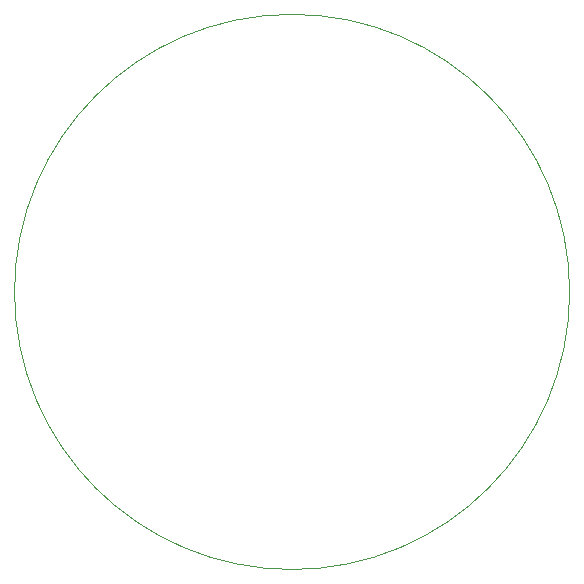
<source format=gbr>
%TF.GenerationSoftware,KiCad,Pcbnew,9.0.6+1*%
%TF.CreationDate,Date%
%TF.ProjectId,kibot-test-cicd,6b69626f-742d-4746-9573-742d63696364,0.1.0+ (Unreleased)*%
%TF.SameCoordinates,Original*%
%TF.FileFunction,Profile,NP*%
%FSLAX46Y46*%
G04 Gerber Fmt 4.6, Leading zero omitted, Abs format (unit mm)*
G04 Created by KiCad*
%MOMM*%
%LPD*%
G01*
G04 APERTURE LIST*
%TA.AperFunction,Profile*%
%ADD10C,0.100000*%
%TD*%
G04 APERTURE END LIST*
D10*
X172001330Y-90000000D02*
G75*
G02*
X124998670Y-90000000I-23501330J0D01*
G01*
X124998670Y-90000000D02*
G75*
G02*
X172001330Y-90000000I23501330J0D01*
G01*
M02*

</source>
